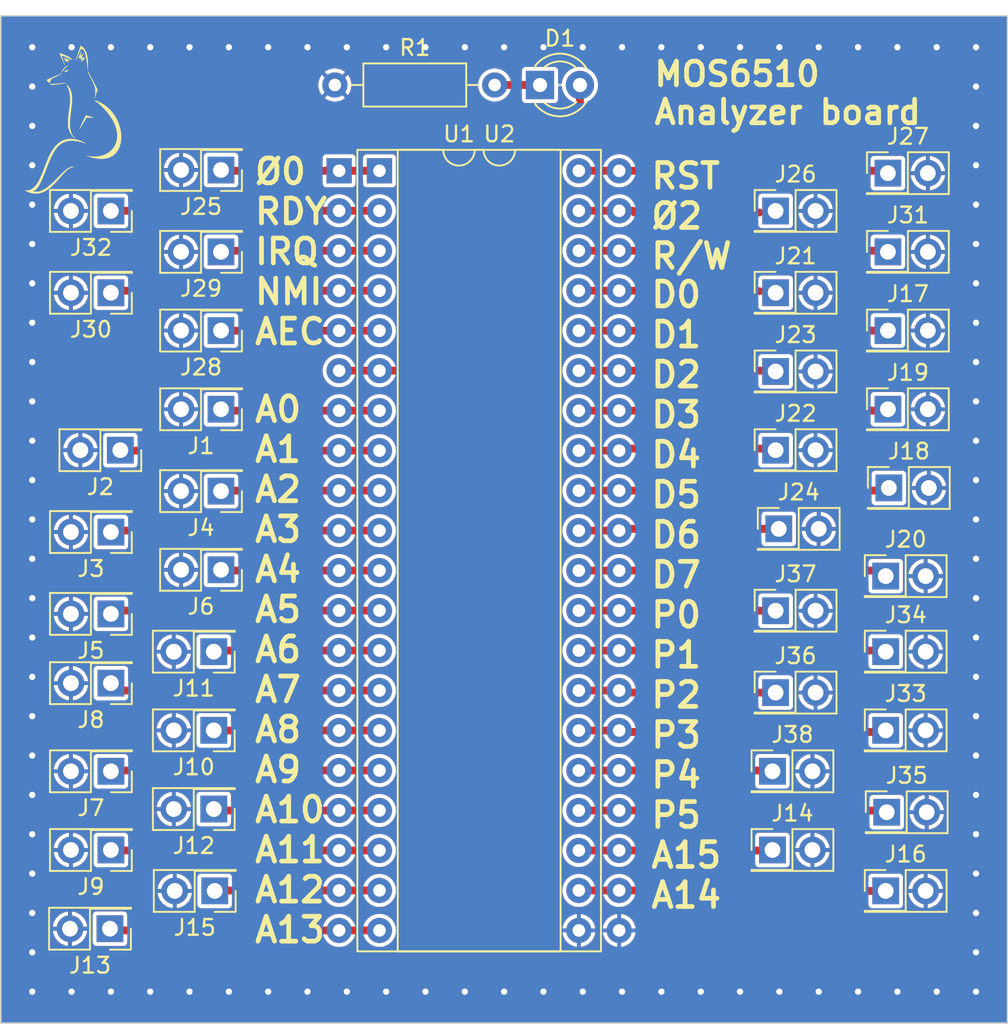
<source format=kicad_pcb>
(kicad_pcb (version 20221018) (generator pcbnew)
  (layers (0 "F.Cu" signal) (31 "B.Cu" signal) (34 "B.Paste" user) (35 "F.Paste" user) (36 "B.SilkS" user "B.Silkscreen") (37 "F.SilkS" user "F.Silkscreen") (38 "B.Mask" user) (39 "F.Mask" user) (44 "Edge.Cuts" user))
  (net 0 "")
  (net 1 "Net-(D1-K)")
  (net 2 "Net-(D1-A)")
  (net 3 "Net-(J1-Pin_1)")
  (net 4 "GND")
  (net 5 "Net-(J2-Pin_1)")
  (net 6 "Net-(J3-Pin_1)")
  (net 7 "Net-(J4-Pin_1)")
  (net 8 "Net-(J5-Pin_1)")
  (net 9 "Net-(J6-Pin_1)")
  (net 10 "Net-(J7-Pin_1)")
  (net 11 "Net-(J8-Pin_1)")
  (net 12 "Net-(J9-Pin_1)")
  (net 13 "Net-(J10-Pin_1)")
  (net 14 "Net-(J11-Pin_1)")
  (net 15 "Net-(J12-Pin_1)")
  (net 16 "Net-(J13-Pin_1)")
  (net 17 "Net-(J14-Pin_1)")
  (net 18 "Net-(J15-Pin_1)")
  (net 19 "Net-(J16-Pin_1)")
  (net 20 "Net-(J17-Pin_1)")
  (net 21 "Net-(J18-Pin_1)")
  (net 22 "Net-(J19-Pin_1)")
  (net 23 "Net-(J20-Pin_1)")
  (net 24 "Net-(J21-Pin_1)")
  (net 25 "Net-(J22-Pin_1)")
  (net 26 "Net-(J23-Pin_1)")
  (net 27 "Net-(J24-Pin_1)")
  (net 28 "Net-(J25-Pin_1)")
  (net 29 "Net-(J26-Pin_1)")
  (net 30 "Net-(J27-Pin_1)")
  (net 31 "Net-(J28-Pin_1)")
  (net 32 "Net-(J29-Pin_1)")
  (net 33 "Net-(J30-Pin_1)")
  (net 34 "Net-(J31-Pin_1)")
  (net 35 "Net-(J32-Pin_1)")
  (net 36 "Net-(J33-Pin_1)")
  (net 37 "Net-(J34-Pin_1)")
  (net 38 "Net-(J35-Pin_1)")
  (net 39 "Net-(J36-Pin_1)")
  (net 40 "Net-(J37-Pin_1)")
  (net 41 "Net-(J38-Pin_1)")
  (footprint "Connector_PinHeader_2.54mm:PinHeader_2x01_P2.54mm_Vertical" (layer "F.Cu") (at 42 108.2 180)
    (fp_text reference "J6" (at 1.27 -2.33) (layer "F.SilkS"))
    (fp_text value "Conn_02x01")
    (pad "1" thru_hole rect (at 0 0 180) (size 1.7 1.7) (drill 1) (layers "*.Cu" "*.Mask") (net 9 "Net-(J6-Pin_1)"))
    (pad "2" thru_hole oval (at 2.54 0 180) (size 1.7 1.7) (drill 1) (layers "*.Cu" "*.Mask") (net 4 "GND"))
  )
  (footprint "Connector_PinHeader_2.54mm:PinHeader_2x01_P2.54mm_Vertical" (layer "F.Cu") (at 84.26 128.6)
    (fp_text reference "J16" (at 1.27 -2.33) (layer "F.SilkS"))
    (fp_text value "Conn_02x01")
    (pad "1" thru_hole rect (at 0 0) (size 1.7 1.7) (drill 1) (layers "*.Cu" "*.Mask") (net 19 "Net-(J16-Pin_1)"))
    (pad "2" thru_hole oval (at 2.54 0) (size 1.7 1.7) (drill 1) (layers "*.Cu" "*.Mask") (net 4 "GND"))
  )
  (footprint "Connector_PinHeader_2.54mm:PinHeader_2x01_P2.54mm_Vertical" (layer "F.Cu") (at 77.06 126)
    (fp_text reference "J14" (at 1.27 -2.33) (layer "F.SilkS"))
    (fp_text value "Conn_02x01")
    (pad "1" thru_hole rect (at 0 0) (size 1.7 1.7) (drill 1) (layers "*.Cu" "*.Mask") (net 17 "Net-(J14-Pin_1)"))
    (pad "2" thru_hole oval (at 2.54 0) (size 1.7 1.7) (drill 1) (layers "*.Cu" "*.Mask") (net 4 "GND"))
  )
  (footprint "riklib:logo6mm" (layer "F.Cu") (at 32.6 79.6)
    (fp_text reference "G***" hide)
    (fp_text value "LOGO" hide)
  )
  (footprint "Connector_PinHeader_2.54mm:PinHeader_2x01_P2.54mm_Vertical" (layer "F.Cu") (at 42 82.8 180)
    (fp_text reference "J25" (at 1.27 -2.33) (layer "F.SilkS"))
    (fp_text value "Conn_02x01")
    (pad "1" thru_hole rect (at 0 0 180) (size 1.7 1.7) (drill 1) (layers "*.Cu" "*.Mask") (net 28 "Net-(J25-Pin_1)"))
    (pad "2" thru_hole oval (at 2.54 0 180) (size 1.7 1.7) (drill 1) (layers "*.Cu" "*.Mask") (net 4 "GND"))
  )
  (footprint "Connector_PinHeader_2.54mm:PinHeader_2x01_P2.54mm_Vertical" (layer "F.Cu") (at 84.325 123.6)
    (fp_text reference "J35" (at 1.27 -2.33) (layer "F.SilkS"))
    (fp_text value "Conn_02x01")
    (pad "1" thru_hole rect (at 0 0) (size 1.7 1.7) (drill 1) (layers "*.Cu" "*.Mask") (net 38 "Net-(J35-Pin_1)"))
    (pad "2" thru_hole oval (at 2.54 0) (size 1.7 1.7) (drill 1) (layers "*.Cu" "*.Mask") (net 4 "GND"))
  )
  (footprint "Connector_PinHeader_2.54mm:PinHeader_2x01_P2.54mm_Vertical" (layer "F.Cu") (at 42 88 180)
    (fp_text reference "J29" (at 1.27 -2.33) (layer "F.SilkS"))
    (fp_text value "Conn_02x01")
    (pad "1" thru_hole rect (at 0 0 180) (size 1.7 1.7) (drill 1) (layers "*.Cu" "*.Mask") (net 32 "Net-(J29-Pin_1)"))
    (pad "2" thru_hole oval (at 2.54 0 180) (size 1.7 1.7) (drill 1) (layers "*.Cu" "*.Mask") (net 4 "GND"))
  )
  (footprint "Connector_PinHeader_2.54mm:PinHeader_2x01_P2.54mm_Vertical" (layer "F.Cu") (at 35 111 180)
    (fp_text reference "J5" (at 1.27 -2.33) (layer "F.SilkS"))
    (fp_text value "Conn_02x01")
    (pad "1" thru_hole rect (at 0 0 180) (size 1.7 1.7) (drill 1) (layers "*.Cu" "*.Mask") (net 8 "Net-(J5-Pin_1)"))
    (pad "2" thru_hole oval (at 2.54 0 180) (size 1.7 1.7) (drill 1) (layers "*.Cu" "*.Mask") (net 4 "GND"))
  )
  (footprint "Connector_PinHeader_2.54mm:PinHeader_2x01_P2.54mm_Vertical" (layer "F.Cu") (at 77.26 100.6)
    (fp_text reference "J22" (at 1.27 -2.33) (layer "F.SilkS"))
    (fp_text value "Conn_02x01")
    (pad "1" thru_hole rect (at 0 0) (size 1.7 1.7) (drill 1) (layers "*.Cu" "*.Mask") (net 25 "Net-(J22-Pin_1)"))
    (pad "2" thru_hole oval (at 2.54 0) (size 1.7 1.7) (drill 1) (layers "*.Cu" "*.Mask") (net 4 "GND"))
  )
  (footprint "Connector_PinHeader_2.54mm:PinHeader_2x01_P2.54mm_Vertical" (layer "F.Cu") (at 77.26 116)
    (fp_text reference "J36" (at 1.27 -2.33) (layer "F.SilkS"))
    (fp_text value "Conn_02x01")
    (pad "1" thru_hole rect (at 0 0) (size 1.7 1.7) (drill 1) (layers "*.Cu" "*.Mask") (net 39 "Net-(J36-Pin_1)"))
    (pad "2" thru_hole oval (at 2.54 0) (size 1.7 1.7) (drill 1) (layers "*.Cu" "*.Mask") (net 4 "GND"))
  )
  (footprint "Connector_PinHeader_2.54mm:PinHeader_2x01_P2.54mm_Vertical" (layer "F.Cu") (at 77.26 110.8)
    (fp_text reference "J37" (at 1.27 -2.33) (layer "F.SilkS"))
    (fp_text value "Conn_02x01")
    (pad "1" thru_hole rect (at 0 0) (size 1.7 1.7) (drill 1) (layers "*.Cu" "*.Mask") (net 40 "Net-(J37-Pin_1)"))
    (pad "2" thru_hole oval (at 2.54 0) (size 1.7 1.7) (drill 1) (layers "*.Cu" "*.Mask") (net 4 "GND"))
  )
  (footprint "Package_DIP:DIP-40_W15.24mm" (layer "F.Cu") (at 49.51 82.85)
    (fp_text reference "U1" (at 7.62 -2.33) (layer "F.SilkS"))
    (fp_text value "6510")
    (pad "1" thru_hole rect (at 0 0) (size 1.6 1.6) (drill 0.8) (layers "*.Cu" "*.Mask") (net 28 "Net-(J25-Pin_1)"))
    (pad "2" thru_hole oval (at 0 2.54) (size 1.6 1.6) (drill 0.8) (layers "*.Cu" "*.Mask") (net 35 "Net-(J32-Pin_1)"))
    (pad "3" thru_hole oval (at 0 5.08) (size 1.6 1.6) (drill 0.8) (layers "*.Cu" "*.Mask") (net 32 "Net-(J29-Pin_1)"))
    (pad "4" thru_hole oval (at 0 7.62) (size 1.6 1.6) (drill 0.8) (layers "*.Cu" "*.Mask") (net 33 "Net-(J30-Pin_1)"))
    (pad "5" thru_hole oval (at 0 10.16) (size 1.6 1.6) (drill 0.8) (layers "*.Cu" "*.Mask") (net 31 "Net-(J28-Pin_1)"))
    (pad "6" thru_hole oval (at 0 12.7) (size 1.6 1.6) (drill 0.8) (layers "*.Cu" "*.Mask") (net 2 "Net-(D1-A)"))
    (pad "7" thru_hole oval (at 0 15.24) (size 1.6 1.6) (drill 0.8) (layers "*.Cu" "*.Mask") (net 3 "Net-(J1-Pin_1)"))
    (pad "8" thru_hole oval (at 0 17.78) (size 1.6 1.6) (drill 0.8) (layers "*.Cu" "*.Mask") (net 5 "Net-(J2-Pin_1)"))
    (pad "9" thru_hole oval (at 0 20.32) (size 1.6 1.6) (drill 0.8) (layers "*.Cu" "*.Mask") (net 7 "Net-(J4-Pin_1)"))
    (pad "10" thru_hole oval (at 0 22.86) (size 1.6 1.6) (drill 0.8) (layers "*.Cu" "*.Mask") (net 6 "Net-(J3-Pin_1)"))
    (pad "11" thru_hole oval (at 0 25.4) (size 1.6 1.6) (drill 0.8) (layers "*.Cu" "*.Mask") (net 9 "Net-(J6-Pin_1)"))
    (pad "12" thru_hole oval (at 0 27.94) (size 1.6 1.6) (drill 0.8) (layers "*.Cu" "*.Mask") (net 8 "Net-(J5-Pin_1)"))
    (pad "13" thru_hole oval (at 0 30.48) (size 1.6 1.6) (drill 0.8) (layers "*.Cu" "*.Mask") (net 14 "Net-(J11-Pin_1)"))
    (pad "14" thru_hole oval (at 0 33.02) (size 1.6 1.6) (drill 0.8) (layers "*.Cu" "*.Mask") (net 11 "Net-(J8-Pin_1)"))
    (pad "15" thru_hole oval (at 0 35.56) (size 1.6 1.6) (drill 0.8) (layers "*.Cu" "*.Mask") (net 13 "Net-(J10-Pin_1)"))
    (pad "16" thru_hole oval (at 0 38.1) (size 1.6 1.6) (drill 0.8) (layers "*.Cu" "*.Mask") (net 10 "Net-(J7-Pin_1)"))
    (pad "17" thru_hole oval (at 0 40.64) (size 1.6 1.6) (drill 0.8) (layers "*.Cu" "*.Mask") (net 15 "Net-(J12-Pin_1)"))
    (pad "18" thru_hole oval (at 0 43.18) (size 1.6 1.6) (drill 0.8) (layers "*.Cu" "*.Mask") (net 12 "Net-(J9-Pin_1)"))
    (pad "19" thru_hole oval (at 0 45.72) (size 1.6 1.6) (drill 0.8) (layers "*.Cu" "*.Mask") (net 18 "Net-(J15-Pin_1)"))
    (pad "20" thru_hole oval (at 0 48.26) (size 1.6 1.6) (drill 0.8) (layers "*.Cu" "*.Mask") (net 16 "Net-(J13-Pin_1)"))
    (pad "21" thru_hole oval (at 15.24 48.26) (size 1.6 1.6) (drill 0.8) (layers "*.Cu" "*.Mask") (net 4 "GND"))
    (pad "22" thru_hole oval (at 15.24 45.72) (size 1.6 1.6) (drill 0.8) (layers "*.Cu" "*.Mask") (net 19 "Net-(J16-Pin_1)"))
    (pad "23" thru_hole oval (at 15.24 43.18) (size 1.6 1.6) (drill 0.8) (layers "*.Cu" "*.Mask") (net 17 "Net-(J14-Pin_1)"))
    (pad "24" thru_hole oval (at 15.24 40.64) (size 1.6 1.6) (drill 0.8) (layers "*.Cu" "*.Mask") (net 38 "Net-(J35-Pin_1)"))
    (pad "25" thru_hole oval (at 15.24 38.1) (size 1.6 1.6) (drill 0.8) (layers "*.Cu" "*.Mask") (net 41 "Net-(J38-Pin_1)"))
    (pad "26" thru_hole oval (at 15.24 35.56) (size 1.6 1.6) (drill 0.8) (layers "*.Cu" "*.Mask") (net 36 "Net-(J33-Pin_1)"))
    (pad "27" thru_hole oval (at 15.24 33.02) (size 1.6 1.6) (drill 0.8) (layers "*.Cu" "*.Mask") (net 39 "Net-(J36-Pin_1)"))
    (pad "28" thru_hole oval (at 15.24 30.48) (size 1.6 1.6) (drill 0.8) (layers "*.Cu" "*.Mask") (net 37 "Net-(J34-Pin_1)"))
    (pad "29" thru_hole oval (at 15.24 27.94) (size 1.6 1.6) (drill 0.8) (layers "*.Cu" "*.Mask") (net 40 "Net-(J37-Pin_1)"))
    (pad "30" thru_hole oval (at 15.24 25.4) (size 1.6 1.6) (drill 0.8) (layers "*.Cu" "*.Mask") (net 23 "Net-(J20-Pin_1)"))
    (pad "31" thru_hole oval (at 15.24 22.86) (size 1.6 1.6) (drill 0.8) (layers "*.Cu" "*.Mask") (net 27 "Net-(J24-Pin_1)"))
    (pad "32" thru_hole oval (at 15.24 20.32) (size 1.6 1.6) (drill 0.8) (layers "*.Cu" "*.Mask") (net 21 "Net-(J18-Pin_1)"))
    (pad "33" thru_hole oval (at 15.24 17.78) (size 1.6 1.6) (drill 0.8) (layers "*.Cu" "*.Mask") (net 25 "Net-(J22-Pin_1)"))
    (pad "34" thru_hole oval (at 15.24 15.24) (size 1.6 1.6) (drill 0.8) (layers "*.Cu" "*.Mask") (net 22 "Net-(J19-Pin_1)"))
    (pad "35" thru_hole oval (at 15.24 12.7) (size 1.6 1.6) (drill 0.8) (layers "*.Cu" "*.Mask") (net 26 "Net-(J23-Pin_1)"))
    (pad "36" thru_hole oval (at 15.24 10.16) (size 1.6 1.6) (drill 0.8) (layers "*.Cu" "*.Mask") (net 20 "Net-(J17-Pin_1)"))
    (pad "37" thru_hole oval (at 15.24 7.62) (size 1.6 1.6) (drill 0.8) (layers "*.Cu" "*.Mask") (net 24 "Net-(J21-Pin_1)"))
    (pad "38" thru_hole oval (at 15.24 5.08) (size 1.6 1.6) (drill 0.8) (layers "*.Cu" "*.Mask") (net 34 "Net-(J31-Pin_1)"))
    (pad "39" thru_hole oval (at 15.24 2.54) (size 1.6 1.6) (drill 0.8) (layers "*.Cu" "*.Mask") (net 29 "Net-(J26-Pin_1)"))
    (pad "40" thru_hole oval (at 15.24 0) (size 1.6 1.6) (drill 0.8) (layers "*.Cu" "*.Mask") (net 30 "Net-(J27-Pin_1)"))
  )
  (footprint "Connector_PinHeader_2.54mm:PinHeader_2x01_P2.54mm_Vertical" (layer "F.Cu") (at 84.26 108.6)
    (fp_text reference "J20" (at 1.27 -2.33) (layer "F.SilkS"))
    (fp_text value "Conn_02x01")
    (pad "1" thru_hole rect (at 0 0) (size 1.7 1.7) (drill 1) (layers "*.Cu" "*.Mask") (net 23 "Net-(J20-Pin_1)"))
    (pad "2" thru_hole oval (at 2.54 0) (size 1.7 1.7) (drill 1) (layers "*.Cu" "*.Mask") (net 4 "GND"))
  )
  (footprint "Package_DIP:DIP-40_W15.24mm" (layer "F.Cu") (at 52.075 82.85)
    (fp_text reference "U2" (at 7.62 -2.33) (layer "F.SilkS"))
    (fp_text value "6510")
    (pad "1" thru_hole rect (at 0 0) (size 1.6 1.6) (drill 0.8) (layers "*.Cu" "*.Mask") (net 28 "Net-(J25-Pin_1)"))
    (pad "2" thru_hole oval (at 0 2.54) (size 1.6 1.6) (drill 0.8) (layers "*.Cu" "*.Mask") (net 35 "Net-(J32-Pin_1)"))
    (pad "3" thru_hole oval (at 0 5.08) (size 1.6 1.6) (drill 0.8) (layers "*.Cu" "*.Mask") (net 32 "Net-(J29-Pin_1)"))
    (pad "4" thru_hole oval (at 0 7.62) (size 1.6 1.6) (drill 0.8) (layers "*.Cu" "*.Mask") (net 33 "Net-(J30-Pin_1)"))
    (pad "5" thru_hole oval (at 0 10.16) (size 1.6 1.6) (drill 0.8) (layers "*.Cu" "*.Mask") (net 31 "Net-(J28-Pin_1)"))
    (pad "6" thru_hole oval (at 0 12.7) (size 1.6 1.6) (drill 0.8) (layers "*.Cu" "*.Mask") (net 2 "Net-(D1-A)"))
    (pad "7" thru_hole oval (at 0 15.24) (size 1.6 1.6) (drill 0.8) (layers "*.Cu" "*.Mask") (net 3 "Net-(J1-Pin_1)"))
    (pad "8" thru_hole oval (at 0 17.78) (size 1.6 1.6) (drill 0.8) (layers "*.Cu" "*.Mask") (net 5 "Net-(J2-Pin_1)"))
    (pad "9" thru_hole oval (at 0 20.32) (size 1.6 1.6) (drill 0.8) (layers "*.Cu" "*.Mask") (net 7 "Net-(J4-Pin_1)"))
    (pad "10" thru_hole oval (at 0 22.86) (size 1.6 1.6) (drill 0.8) (layers "*.Cu" "*.Mask") (net 6 "Net-(J3-Pin_1)"))
    (pad "11" thru_hole oval (at 0 25.4) (size 1.6 1.6) (drill 0.8) (layers "*.Cu" "*.Mask") (net 9 "Net-(J6-Pin_1)"))
    (pad "12" thru_hole oval (at 0 27.94) (size 1.6 1.6) (drill 0.8) (layers "*.Cu" "*.Mask") (net 8 "Net-(J5-Pin_1)"))
    (pad "13" thru_hole oval (at 0 30.48) (size 1.6 1.6) (drill 0.8) (layers "*.Cu" "*.Mask") (net 14 "Net-(J11-Pin_1)"))
    (pad "14" thru_hole oval (at 0 33.02) (size 1.6 1.6) (drill 0.8) (layers "*.Cu" "*.Mask") (net 11 "Net-(J8-Pin_1)"))
    (pad "15" thru_hole oval (at 0 35.56) (size 1.6 1.6) (drill 0.8) (layers "*.Cu" "*.Mask") (net 13 "Net-(J10-Pin_1)"))
    (pad "16" thru_hole oval (at 0 38.1) (size 1.6 1.6) (drill 0.8) (layers "*.Cu" "*.Mask") (net 10 "Net-(J7-Pin_1)"))
    (pad "17" thru_hole oval (at 0 40.64) (size 1.6 1.6) (drill 0.8) (layers "*.Cu" "*.Mask") (net 15 "Net-(J12-Pin_1)"))
    (pad "18" thru_hole oval (at 0 43.18) (size 1.6 1.6) (drill 0.8) (layers "*.Cu" "*.Mask") (net 12 "Net-(J9-Pin_1)"))
    (pad "19" thru_hole oval (at 0 45.72) (size 1.6 1.6) (drill 0.8) (layers "*.Cu" "*.Mask") (net 18 "Net-(J15-Pin_1)"))
    (pad "20" thru_hole oval (at 0 48.26) (size 1.6 1.6) (drill 0.8) (layers "*.Cu" "*.Mask") (net 16 "Net-(J13-Pin_1)"))
    (pad "21" thru_hole oval (at 15.24 48.26) (size 1.6 1.6) (drill 0.8) (layers "*.Cu" "*.Mask") (net 4 "GND"))
    (pad "22" thru_hole oval (at 15.24 45.72) (size 1.6 1.6) (drill 0.8) (layers "*.Cu" "*.Mask") (net 19 "Net-(J16-Pin_1)"))
    (pad "23" thru_hole oval (at 15.24 43.18) (size 1.6 1.6) (drill 0.8) (layers "*.Cu" "*.Mask") (net 17 "Net-(J14-Pin_1)"))
    (pad "24" thru_hole oval (at 15.24 40.64) (size 1.6 1.6) (drill 0.8) (layers "*.Cu" "*.Mask") (net 38 "Net-(J35-Pin_1)"))
    (pad "25" thru_hole oval (at 15.24 38.1) (size 1.6 1.6) (drill 0.8) (layers "*.Cu" "*.Mask") (net 41 "Net-(J38-Pin_1)"))
    (pad "26" thru_hole oval (at 15.24 35.56) (size 1.6 1.6) (drill 0.8) (layers "*.Cu" "*.Mask") (net 36 "Net-(J33-Pin_1)"))
    (pad "27" thru_hole oval (at 15.24 33.02) (size 1.6 1.6) (drill 0.8) (layers "*.Cu" "*.Mask") (net 39 "Net-(J36-Pin_1)"))
    (pad "28" thru_hole oval (at 15.24 30.48) (size 1.6 1.6) (drill 0.8) (layers "*.Cu" "*.Mask") (net 37 "Net-(J34-Pin_1)"))
    (pad "29" thru_hole oval (at 15.24 27.94) (size 1.6 1.6) (drill 0.8) (layers "*.Cu" "*.Mask") (net 40 "Net-(J37-Pin_1)"))
    (pad "30" thru_hole oval (at 15.24 25.4) (size 1.6 1.6) (drill 0.8) (layers "*.Cu" "*.Mask") (net 23 "Net-(J20-Pin_1)"))
    (pad "31" thru_hole oval (at 15.24 22.86) (size 1.6 1.6) (drill 0.8) (layers "*.Cu" "*.Mask") (net 27 "Net-(J24-Pin_1)"))
    (pad "32" thru_hole oval (at 15.24 20.32) (size 1.6 1.6) (drill 0.8) (layers "*.Cu" "*.Mask") (net 21 "Net-(J18-Pin_1)"))
    (pad "33" thru_hole oval (at 15.24 17.78) (size 1.6 1.6) (drill 0.8) (layers "*.Cu" "*.Mask") (net 25 "Net-(J22-Pin_1)"))
    (pad "34" thru_hole oval (at 15.24 15.24) (size 1.6 1.6) (drill 0.8) (layers "*.Cu" "*.Mask") (net 22 "Net-(J19-Pin_1)"))
    (pad "35" thru_hole oval (at 15.24 12.7) (size 1.6 1.6) (drill 0.8) (layers "*.Cu" "*.Mask") (net 26 "Net-(J23-Pin_1)"))
    (pad "36" thru_hole oval (at 15.24 10.16) (size 1.6 1.6) (drill 0.8) (layers "*.Cu" "*.Mask") (net 20 "Net-(J17-Pin_1)"))
    (pad "37" thru_hole oval (at 15.24 7.62) (size 1.6 1.6) (drill 0.8) (layers "*.Cu" "*.Mask") (net 24 "Net-(J21-Pin_1)"))
    (pad "38" thru_hole oval (at 15.24 5.08) (size 1.6 1.6) (drill 0.8) (layers "*.Cu" "*.Mask") (net 34 "Net-(J31-Pin_1)"))
    (pad "39" thru_hole oval (at 15.24 2.54) (size 1.6 1.6) (drill 0.8) (layers "*.Cu" "*.Mask") (net 29 "Net-(J26-Pin_1)"))
    (pad "40" thru_hole oval (at 15.24 0) (size 1.6 1.6) (drill 0.8) (layers "*.Cu" "*.Mask") (net 30 "Net-(J27-Pin_1)"))
  )
  (footprint "Connector_PinHeader_2.54mm:PinHeader_2x01_P2.54mm_Vertical" (layer "F.Cu") (at 84.46 103)
    (fp_text reference "J18" (at 1.27 -2.33) (layer "F.SilkS"))
    (fp_text value "Conn_02x01")
    (pad "1" thru_hole rect (at 0 0) (size 1.7 1.7) (drill 1) (layers "*.Cu" "*.Mask") (net 21 "Net-(J18-Pin_1)"))
    (pad "2" thru_hole oval (at 2.54 0) (size 1.7 1.7) (drill 1) (layers "*.Cu" "*.Mask") (net 4 "GND"))
  )
  (footprint "Connector_PinHeader_2.54mm:PinHeader_2x01_P2.54mm_Vertical" (layer "F.Cu") (at 84.26 113.4)
    (fp_text reference "J34" (at 1.27 -2.33) (layer "F.SilkS"))
    (fp_text value "Conn_02x01")
    (pad "1" thru_hole rect (at 0 0) (size 1.7 1.7) (drill 1) (layers "*.Cu" "*.Mask") (net 37 "Net-(J34-Pin_1)"))
    (pad "2" thru_hole oval (at 2.54 0) (size 1.7 1.7) (drill 1) (layers "*.Cu" "*.Mask") (net 4 "GND"))
  )
  (footprint "Connector_PinHeader_2.54mm:PinHeader_2x01_P2.54mm_Vertical" (layer "F.Cu") (at 84.26 118.4)
    (fp_text reference "J33" (at 1.27 -2.33) (layer "F.SilkS"))
    (fp_text value "Conn_02x01")
    (pad "1" thru_hole rect (at 0 0) (size 1.7 1.7) (drill 1) (layers "*.Cu" "*.Mask") (net 36 "Net-(J33-Pin_1)"))
    (pad "2" thru_hole oval (at 2.54 0) (size 1.7 1.7) (drill 1) (layers "*.Cu" "*.Mask") (net 4 "GND"))
  )
  (footprint "Connector_PinHeader_2.54mm:PinHeader_2x01_P2.54mm_Vertical" (layer "F.Cu") (at 84.4 88)
    (fp_text reference "J31" (at 1.27 -2.33) (layer "F.SilkS"))
    (fp_text value "Conn_02x01")
    (pad "1" thru_hole rect (at 0 0) (size 1.7 1.7) (drill 1) (layers "*.Cu" "*.Mask") (net 34 "Net-(J31-Pin_1)"))
    (pad "2" thru_hole oval (at 2.54 0) (size 1.7 1.7) (drill 1) (layers "*.Cu" "*.Mask") (net 4 "GND"))
  )
  (footprint "Connector_PinHeader_2.54mm:PinHeader_2x01_P2.54mm_Vertical" (layer "F.Cu") (at 35 126 180)
    (fp_text reference "J9" (at 1.27 -2.33) (layer "F.SilkS"))
    (fp_text value "Conn_02x01")
    (pad "1" thru_hole rect (at 0 0 180) (size 1.7 1.7) (drill 1) (layers "*.Cu" "*.Mask") (net 12 "Net-(J9-Pin_1)"))
    (pad "2" thru_hole oval (at 2.54 0 180) (size 1.7 1.7) (drill 1) (layers "*.Cu" "*.Mask") (net 4 "GND"))
  )
  (footprint "Connector_PinHeader_2.54mm:PinHeader_2x01_P2.54mm_Vertical" (layer "F.Cu") (at 84.4 93)
    (fp_text reference "J17" (at 1.27 -2.33) (layer "F.SilkS"))
    (fp_text value "Conn_02x01")
    (pad "1" thru_hole rect (at 0 0) (size 1.7 1.7) (drill 1) (layers "*.Cu" "*.Mask") (net 20 "Net-(J17-Pin_1)"))
    (pad "2" thru_hole oval (at 2.54 0) (size 1.7 1.7) (drill 1) (layers "*.Cu" "*.Mask") (net 4 "GND"))
  )
  (footprint "Connector_PinHeader_2.54mm:PinHeader_2x01_P2.54mm_Vertical" (layer "F.Cu") (at 77.26 95.6)
    (fp_text reference "J23" (at 1.27 -2.33) (layer "F.SilkS"))
    (fp_text value "Conn_02x01")
    (pad "1" thru_hole rect (at 0 0) (size 1.7 1.7) (drill 1) (layers "*.Cu" "*.Mask") (net 26 "Net-(J23-Pin_1)"))
    (pad "2" thru_hole oval (at 2.54 0) (size 1.7 1.7) (drill 1) (layers "*.Cu" "*.Mask") (net 4 "GND"))
  )
  (footprint "Connector_PinHeader_2.54mm:PinHeader_2x01_P2.54mm_Vertical" (layer "F.Cu") (at 35 115.4 180)
    (fp_text reference "J8" (at 1.27 -2.33) (layer "F.SilkS"))
    (fp_text value "Conn_02x01")
    (pad "1" thru_hole rect (at 0 0 180) (size 1.7 1.7) (drill 1) (layers "*.Cu" "*.Mask") (net 11 "Net-(J8-Pin_1)"))
    (pad "2" thru_hole oval (at 2.54 0 180) (size 1.7 1.7) (drill 1) (layers "*.Cu" "*.Mask") (net 4 "GND"))
  )
  (footprint "Connector_PinHeader_2.54mm:PinHeader_2x01_P2.54mm_Vertical" (layer "F.Cu") (at 42 93 180)
    (fp_text reference "J28" (at 1.27 -2.33) (layer "F.SilkS"))
    (fp_text value "Conn_02x01")
    (pad "1" thru_hole rect (at 0 0 180) (size 1.7 1.7) (drill 1) (layers "*.Cu" "*.Mask") (net 31 "Net-(J28-Pin_1)"))
    (pad "2" thru_hole oval (at 2.54 0 180) (size 1.7 1.7) (drill 1) (layers "*.Cu" "*.Mask") (net 4 "GND"))
  )
  (footprint "Resistor_THT:R_Axial_DIN0207_L6.3mm_D2.5mm_P10.16mm_Horizontal" (layer "F.Cu") (at 49.24 77.4)
    (fp_text reference "R1" (at 5.08 -2.37) (layer "F.SilkS"))
    (fp_text value "1K")
    (pad "1" thru_hole circle (at 0 0) (size 1.6 1.6) (drill 0.8) (layers "*.Cu" "*.Mask") (net 4 "GND"))
    (pad "2" thru_hole oval (at 10.16 0) (size 1.6 1.6) (drill 0.8) (layers "*.Cu" "*.Mask") (net 1 "Net-(D1-K)"))
  )
  (footprint "Connector_PinHeader_2.54mm:PinHeader_2x01_P2.54mm_Vertical" (layer "F.Cu") (at 35 105.8 180)
    (fp_text reference "J3" (at 1.27 -2.33) (layer "F.SilkS"))
    (fp_text value "Conn_02x01")
    (pad "1" thru_hole rect (at 0 0 180) (size 1.7 1.7) (drill 1) (layers "*.Cu" "*.Mask") (net 6 "Net-(J3-Pin_1)"))
    (pad "2" thru_hole oval (at 2.54 0 180) (size 1.7 1.7) (drill 1) (layers "*.Cu" "*.Mask") (net 4 "GND"))
  )
  (footprint "Connector_PinHeader_2.54mm:PinHeader_2x01_P2.54mm_Vertical" (layer "F.Cu") (at 84.4 83)
    (fp_text reference "J27" (at 1.27 -2.33) (layer "F.SilkS"))
    (fp_text value "Conn_02x01")
    (pad "1" thru_hole rect (at 0 0) (size 1.7 1.7) (drill 1) (layers "*.Cu" "*.Mask") (net 30 "Net-(J27-Pin_1)"))
    (pad "2" thru_hole oval (at 2.54 0) (size 1.7 1.7) (drill 1) (layers "*.Cu" "*.Mask") (net 4 "GND"))
  )
  (footprint "Connector_PinHeader_2.54mm:PinHeader_2x01_P2.54mm_Vertical" (layer "F.Cu") (at 35 121 180)
    (fp_text reference "J7" (at 1.27 -2.33) (layer "F.SilkS"))
    (fp_text value "Conn_02x01")
    (pad "1" thru_hole rect (at 0 0 180) (size 1.7 1.7) (drill 1) (layers "*.Cu" "*.Mask") (net 10 "Net-(J7-Pin_1)"))
    (pad "2" thru_hole oval (at 2.54 0 180) (size 1.7 1.7) (drill 1) (layers "*.Cu" "*.Mask") (net 4 "GND"))
  )
  (footprint "Connector_PinHeader_2.54mm:PinHeader_2x01_P2.54mm_Vertical" (layer "F.Cu") (at 42 98 180)
    (fp_text reference "J1" (at 1.27 -2.33) (layer "F.SilkS"))
    (fp_text value "Conn_02x01")
    (pad "1" thru_hole rect (at 0 0 180) (size 1.7 1.7) (drill 1) (layers "*.Cu" "*.Mask") (net 3 "Net-(J1-Pin_1)"))
    (pad "2" thru_hole oval (at 2.54 0 180) (size 1.7 1.7) (drill 1) (layers "*.Cu" "*.Mask") (net 4 "GND"))
  )
  (footprint "Connector_PinHeader_2.54mm:PinHeader_2x01_P2.54mm_Vertical" (layer "F.Cu") (at 41.54 123.4 180)
    (fp_text reference "J12" (at 1.27 -2.33) (layer "F.SilkS"))
    (fp_text value "Conn_02x01")
    (pad "1" thru_hole rect (at 0 0 180) (size 1.7 1.7) (drill 1) (layers "*.Cu" "*.Mask") (net 15 "Net-(J12-Pin_1)"))
    (pad "2" thru_hole oval (at 2.54 0 180) (size 1.7 1.7) (drill 1) (layers "*.Cu" "*.Mask") (net 4 "GND"))
  )
  (footprint "Connector_PinHeader_2.54mm:PinHeader_2x01_P2.54mm_Vertical" (layer "F.Cu") (at 84.4 98)
    (fp_text reference "J19" (at 1.27 -2.33) (layer "F.SilkS"))
    (fp_text value "Conn_02x01")
    (pad "1" thru_hole rect (at 0 0) (size 1.7 1.7) (drill 1) (layers "*.Cu" "*.Mask") (net 22 "Net-(J19-Pin_1)"))
    (pad "2" thru_hole oval (at 2.54 0) (size 1.7 1.7) (drill 1) (layers "*.Cu" "*.Mask") (net 4 "GND"))
  )
  (footprint "LED_THT:LED_D3.0mm" (layer "F.Cu") (at 62.28 77.4)
    (fp_text reference "D1" (at 1.27 -2.96) (layer "F.SilkS"))
    (fp_text value "LED")
    (pad "1" thru_hole rect (at 0 0) (size 1.8 1.8) (drill 0.9) (layers "*.Cu" "*.Mask") (net 1 "Net-(D1-K)"))
    (pad "2" thru_hole circle (at 2.54 0) (size 1.8 1.8) (drill 0.9) (layers "*.Cu" "*.Mask") (net 2 "Net-(D1-A)"))
  )
  (footprint "Connector_PinHeader_2.54mm:PinHeader_2x01_P2.54mm_Vertical" (layer "F.Cu") (at 42 103.2 180)
    (fp_text reference "J4" (at 1.27 -2.33) (layer "F.SilkS"))
    (fp_text value "Conn_02x01")
    (pad "1" thru_hole rect (at 0 0 180) (size 1.7 1.7) (drill 1) (layers "*.Cu" "*.Mask") (net 7 "Net-(J4-Pin_1)"))
    (pad "2" thru_hole oval (at 2.54 0 180) (size 1.7 1.7) (drill 1) (layers "*.Cu" "*.Mask") (net 4 "GND"))
  )
  (footprint "Connector_PinHeader_2.54mm:PinHeader_2x01_P2.54mm_Vertical" (layer "F.Cu") (at 41.54 113.4 180)
    (fp_text reference "J11" (at 1.27 -2.33) (layer "F.SilkS"))
    (fp_text value "Conn_02x01")
    (pad "1" thru_hole rect (at 0 0 180) (size 1.7 1.7) (drill 1) (layers "*.Cu" "*.Mask") (net 14 "Net-(J11-Pin_1)"))
    (pad "2" thru_hole oval (at 2.54 0 180) (size 1.7 1.7) (drill 1) (layers "*.Cu" "*.Mask") (net 4 "GND"))
  )
  (footprint "Connector_PinHeader_2.54mm:PinHeader_2x01_P2.54mm_Vertical" (layer "F.Cu") (at 41.6 128.6 180)
    (fp_text reference "J15" (at 1.27 -2.33) (layer "F.SilkS"))
    (fp_text value "Conn_02x01")
    (pad "1" thru_hole rect (at 0 0 180) (size 1.7 1.7) (drill 1) (layers "*.Cu" "*.Mask") (net 18 "Net-(J15-Pin_1)"))
    (pad "2" thru_hole oval (at 2.54 0 180) (size 1.7 1.7) (drill 1) (layers "*.Cu" "*.Mask") (net 4 "GND"))
  )
  (footprint "Connector_PinHeader_2.54mm:PinHeader_2x01_P2.54mm_Vertical" (layer "F.Cu") (at 41.54 118.4 180)
    (fp_text reference "J10" (at 1.27 -2.33) (layer "F.SilkS"))
    (fp_text value "Conn_02x01")
    (pad "1" thru_hole rect (at 0 0 180) (size 1.7 1.7) (drill 1) (layers "*.Cu" "*.Mask") (net 13 "Net-(J10-Pin_1)"))
    (pad "2" thru_hole oval (at 2.54 0 180) (size 1.7 1.7) (drill 1) (layers "*.Cu" "*.Mask") (net 4 "GND"))
  )
  (footprint "Connector_PinHeader_2.54mm:PinHeader_2x01_P2.54mm_Vertical" (layer "F.Cu") (at 77.46 105.6)
    (fp_text reference "J24" (at 1.27 -2.33) (layer "F.SilkS"))
    (fp_text value "Conn_02x01")
    (pad "1" thru_hole rect (at 0 0) (size 1.7 1.7) (drill 1) (layers "*.Cu" "*.Mask") (net 27 "Net-(J24-Pin_1)"))
    (pad "2" thru_hole oval (at 2.54 0) (size 1.7 1.7) (drill 1) (layers "*.Cu" "*.Mask") (net 4 "GND"))
  )
  (footprint "Connector_PinHeader_2.54mm:PinHeader_2x01_P2.54mm_Vertical" (layer "F.Cu") (at 35 85.4 180)
    (fp_text reference "J32" (at 1.27 -2.33) (layer "F.SilkS"))
    (fp_text value "Conn_02x01")
    (pad "1" thru_hole rect (at 0 0 180) (size 1.7 1.7) (drill 1) (layers "*.Cu" "*.Mask") (net 35 "Net-(J32-Pin_1)"))
    (pad "2" thru_hole oval (at 2.54 0 180) (size 1.7 1.7) (drill 1) (layers "*.Cu" "*.Mask") (net 4 "GND"))
  )
  (footprint "Connector_PinHeader_2.54mm:PinHeader_2x01_P2.54mm_Vertical" (layer "F.Cu") (at 34.94 131 180)
    (fp_text reference "J13" (at 1.27 -2.33) (layer "F.SilkS"))
    (fp_text value "Conn_02x01")
    (pad "1" thru_hole rect (at 0 0 180) (size 1.7 1.7) (drill 1) (layers "*.Cu" "*.Mask") (net 16 "Net-(J13-Pin_1)"))
    (pad "2" thru_hole oval (at 2.54 0 180) (size 1.7 1.7) (drill 1) (layers "*.Cu" "*.Mask") (net 4 "GND"))
  )
  (footprint "Connector_PinHeader_2.54mm:PinHeader_2x01_P2.54mm_Vertical" (layer "F.Cu") (at 35.6 100.6 180)
    (fp_text reference "J2" (at 1.27 -2.33) (layer "F.SilkS"))
    (fp_text value "Conn_02x01")
    (pad "1" thru_hole rect (at 0 0 180) (size 1.7 1.7) (drill 1) (layers "*.Cu" "*.Mask") (net 5 "Net-(J2-Pin_1)"))
    (pad "2" thru_hole oval (at 2.54 0 180) (size 1.7 1.7) (drill 1) (layers "*.Cu" "*.Mask") (net 4 "GND"))
  )
  (footprint "Connector_PinHeader_2.54mm:PinHeader_2x01_P2.54mm_Vertical" (layer "F.Cu") (at 77.26 90.6)
    (fp_text reference "J21" (at 1.27 -2.33) (layer "F.SilkS"))
    (fp_text value "Conn_02x01")
    (pad "1" thru_hole rect (at 0 0) (size 1.7 1.7) (drill 1) (layers "*.Cu" "*.Mask") (net 24 "Net-(J21-Pin_1)"))
    (pad "2" thru_hole oval (at 2.54 0) (size 1.7 1.7) (drill 1) (layers "*.Cu" "*.Mask") (net 4 "GND"))
  )
  (footprint "Connector_PinHeader_2.54mm:PinHeader_2x01_P2.54mm_Vertical" (layer "F.Cu") (at 77.26 85.4)
    (fp_text reference "J26" (at 1.27 -2.33) (layer "F.SilkS"))
    (fp_text value "Conn_02x01")
    (pad "1" thru_hole rect (at 0 0) (size 1.7 1.7) (drill 1) (layers "*.Cu" "*.Mask") (net 29 "Net-(J26-Pin_1)"))
    (pad "2" thru_hole oval (at 2.54 0) (size 1.7 1.7) (drill 1) (layers "*.Cu" "*.Mask") (net 4 "GND"))
  )
  (footprint "Connector_PinHeader_2.54mm:PinHeader_2x01_P2.54mm_Vertical" (layer "F.Cu") (at 35 90.6 180)
    (fp_text reference "J30" (at 1.27 -2.33) (layer "F.SilkS"))
    (fp_text value "Conn_02x01")
    (pad "1" thru_hole rect (at 0 0 180) (size 1.7 1.7) (drill 1) (layers "*.Cu" "*.Mask") (net 33 "Net-(J30-Pin_1)"))
    (pad "2" thru_hole oval (at 2.54 0 180) (size 1.7 1.7) (drill 1) (layers "*.Cu" "*.Mask") (net 4 "GND"))
  )
  (footprint "Connector_PinHeader_2.54mm:PinHeader_2x01_P2.54mm_Vertical" (layer "F.Cu") (at 77.06 121)
    (fp_text reference "J38" (at 1.27 -2.33) (layer "F.SilkS"))
    (fp_text value "Conn_02x01")
    (pad "1" thru_hole rect (at 0 0) (size 1.7 1.7) (drill 1) (layers "*.Cu" "*.Mask") (net 41 "Net-(J38-Pin_1)"))
    (pad "2" thru_hole oval (at 2.54 0) (size 1.7 1.7) (drill 1) (layers "*.Cu" "*.Mask") (net 4 "GND"))
  )
  (gr_line (start 92 73) (end 92 137) (stroke (width 0.1)) (layer "Edge.Cuts"))
  (gr_line (start 28 73) (end 92 73) (stroke (width 0.1)) (layer "Edge.Cuts"))
  (gr_line (start 28 137) (end 28 73) (stroke (width 0.1)) (layer "Edge.Cuts"))
  (gr_line (start 92 137) (end 28 137) (stroke (width 0.1)) (layer "Edge.Cuts"))
  (gr_text "RST\nØ2\nR/W" (at 69.2 89.2) (layer "F.SilkS") (effects (font (size 1.58 1.58) (thickness 0.3) bold) (justify left bottom)))
  (gr_text "Ø0\nRDY\nIRQ\nNMI\nAEC" (at 44 94) (layer "F.SilkS") (effects (font (size 1.58 1.58) (thickness 0.3) bold) (justify left bottom)))
  (gr_text "D0\nD1\nD2\nD3\nD4\nD5\nD6\nD7\nP0\nP1\nP2\nP3\nP4\nP5\nA15\nA14\n" (at 69.2 129.8) (layer "F.SilkS") (effects (font (size 1.58 1.58) (thickness 0.3) bold) (justify left bottom)))
  (gr_text "A0\nA1\nA2\nA3\nA4\nA5\nA6\nA7\nA8\nA9\nA10\nA11\nA12\nA13" (at 44 132) (layer "F.SilkS") (effects (font (size 1.58 1.58) (thickness 0.3) bold) (justify left bottom)))
  (gr_text "MOS6510 \nAnalyzer board" (at 69.4 80) (layer "F.SilkS") (effects (font (size 1.5 1.5) (thickness 0.3) bold) (justify left bottom)))
  (segment (start 62.28 77.4) (end 59.4 77.4) (width 0.5) (layer "F.Cu") (net 1))
  (segment (start 62 80.6) (end 64 80.6) (width 0.5) (layer "F.Cu") (net 2))
  (segment (start 58.45 95.55) (end 61 93) (width 0.5) (layer "F.Cu") (net 2))
  (segment (start 64.82 79.78) (end 64.82 77.4) (width 0.5) (layer "F.Cu") (net 2))
  (segment (start 61 93) (end 61 81.6) (width 0.5) (layer "F.Cu") (net 2))
  (segment (start 52.075 95.55) (end 58.45 95.55) (width 0.5) (layer "F.Cu") (net 2))
  (segment (start 61 81.6) (end 62 80.6) (width 0.5) (layer "F.Cu") (net 2))
  (segment (start 52.075 95.55) (end 49.51 95.55) (width 0.5) (layer "F.Cu") (net 2))
  (segment (start 64 80.6) (end 64.82 79.78) (width 0.5) (layer "F.Cu") (net 2))
  (segment (start 49.51 98.09) (end 52.075 98.09) (width 0.5) (layer "F.Cu") (net 3))
  (segment (start 49.51 98.09) (end 42.09 98.09) (width 0.5) (layer "F.Cu") (net 3))
  (segment (start 42.09 98.09) (end 42 98) (width 0.5) (layer "F.Cu") (net 3))
  (via (at 90 77.5) (size 0.8) (drill 0.4) (layers "F.Cu" "B.Cu") (net 4))
  (via (at 75 135) (size 0.8) (drill 0.4) (layers "F.Cu" "B.Cu") (net 4))
  (via (at 90 90) (size 0.8) (drill 0.4) (layers "F.Cu" "B.Cu") (net 4))
  (via (at 60 135) (size 0.8) (drill 0.4) (layers "F.Cu" "B.Cu") (net 4))
  (via (at 90 102.5) (size 0.8) (drill 0.4) (layers "F.Cu" "B.Cu") (net 4))
  (via (at 75 75) (size 0.8) (drill 0.4) (layers "F.Cu" "B.Cu") (net 4))
  (via (at 90 110) (size 0.8) (drill 0.4) (layers "F.Cu" "B.Cu") (net 4))
  (via (at 62.5 135) (size 0.8) (drill 0.4) (layers "F.Cu" "B.Cu") (net 4))
  (via (at 90 130) (size 0.8) (drill 0.4) (layers "F.Cu" "B.Cu") (net 4))
  (via (at 30 87.5) (size 0.8) (drill 0.4) (layers "F.Cu" "B.Cu") (net 4))
  (via (at 65 135) (size 0.8) (drill 0.4) (layers "F.Cu" "B.Cu") (net 4))
  (via (at 30 97.5) (size 0.8) (drill 0.4) (layers "F.Cu" "B.Cu") (net 4))
  (via (at 67.5 135) (size 0.8) (drill 0.4) (layers "F.Cu" "B.Cu") (net 4))
  (via (at 90 92.5) (size 0.8) (drill 0.4) (layers "F.Cu" "B.Cu") (net 4))
  (via (at 90 97.5) (size 0.8) (drill 0.4) (layers "F.Cu" "B.Cu") (net 4))
  (via (at 67.5 75) (size 0.8) (drill 0.4) (layers "F.Cu" "B.Cu") (net 4))
  (via (at 60 75) (size 0.8) (drill 0.4) (layers "F.Cu" "B.Cu") (net 4))
  (via (at 32.5 75) (size 0.8) (drill 0.4) (layers "F.Cu" "B.Cu") (net 4))
  (via (at 55 75) (size 0.8) (drill 0.4) (layers "F.Cu" "B.Cu") (net 4))
  (via (at 90 125) (size 0.8) (drill 0.4) (layers "F.Cu" "B.Cu") (net 4))
  (via (at 90 120) (size 0.8) (drill 0.4) (layers "F.Cu" "B.Cu") (net 4))
  (via (at 30 122.5) (size 0.8) (drill 0.4) (layers "F.Cu" "B.Cu") (net 4))
  (via (at 90 127.5) (size 0.8) (drill 0.4) (layers "F.Cu" "B.Cu") (net 4))
  (via (at 62.5 75) (size 0.8) (drill 0.4) (layers "F.Cu" "B.Cu") (net 4))
  (via (at 30 117.5) (size 0.8) (drill 0.4) (layers "F.Cu" "B.Cu") (net 4))
  (via (at 90 112.5) (size 0.8) (drill 0.4) (layers "F.Cu" "B.Cu") (net 4))
  (via (at 90 75) (size 0.8) (drill 0.4) (layers "F.Cu" "B.Cu") (net 4))
  (via (at 30 100) (size 0.8) (drill 0.4) (layers "F.Cu" "B.Cu") (net 4))
  (via (at 32.5 135) (size 0.8) (drill 0.4) (layers "F.Cu" "B.Cu") (net 4))
  (via (at 40 75) (size 0.8) (drill 0.4) (layers "F.Cu" "B.Cu") (net 4))
  (via (at 52.5 75) (size 0.8) (drill 0.4) (layers "F.Cu" "B.Cu") (net 4))
  (via (at 30 120) (size 0.8) (drill 0.4) (layers "F.Cu" "B.Cu") (net 4))
  (via (at 30 132.5) (size 0.8) (drill 0.4) (layers "F.Cu" "B.Cu") (net 4))
  (via (at 52.5 135) (size 0.8) (drill 0.4) (layers "F.Cu" "B.Cu") (net 4))
  (via (at 30 107.5) (size 0.8) (drill 0.4) (layers "F.Cu" "B.Cu") (net 4))
  (via (at 77.5 135) (size 0.8) (drill 0.4) (layers "F.Cu" "B.Cu") (net 4))
  (via (at 30 90) (size 0.8) (drill 0.4) (layers "F.Cu" "B.Cu") (net 4))
  (via (at 50 135) (size 0.8) (drill 0.4) (layers "F.Cu" "B.Cu") (net 4))
  (via (at 30 102.5) (size 0.8) (drill 0.4) (layers "F.Cu" "B.Cu") (net 4))
  (via (at 80 75) (size 0.8) (drill 0.4) (layers "F.Cu" "B.Cu") (net 4))
  (via (at 47.5 75) (size 0.8) (drill 0.4) (layers "F.Cu" "B.Cu") (net 4))
  (via (at 30 80) (size 0.8) (drill 0.4) (layers "F.Cu" "B.Cu") (net 4))
  (via (at 30 130) (size 0.8) (drill 0.4) (layers "F.Cu" "B.Cu") (net 4))
  (via (at 35 75) (size 0.8) (drill 0.4) (layers "F.Cu" "B.Cu") (net 4))
  (via (at 42.5 75) (size 0.8) (drill 0.4) (layers "F.Cu" "B.Cu") (net 4))
  (via (at 30 95) (size 0.8) (drill 0.4) (layers "F.Cu" "B.Cu") (net 4))
  (via (at 37.5 135) (size 0.8) (drill 0.4) (layers "F.Cu" "B.Cu") (net 4))
  (via (at 50 75) (size 0.8) (drill 0.4) (layers "F.Cu" "B.Cu") (net 4))
  (via (at 90 85) (size 0.8) (drill 0.4) (layers "F.Cu" "B.Cu") (net 4))
  (via (at 30 115) (size 0.8) (drill 0.4) (layers "F.Cu" "B.Cu") (net 4))
  (via (at 70 75) (size 0.8) (drill 0.4) (layers "F.Cu" "B.Cu") (net 4))
  (via (at 57.5 135) (size 0.8) (drill 0.4) (layers "F.Cu" "B.Cu") (net 4))
  (via (at 30 112.5) (size 0.8) (drill 0.4) (layers "F.Cu" "B.Cu") (net 4))
  (via (at 45 75) (size 0.8) (drill 0.4) (layers "F.Cu" "B.Cu") (net 4))
  (via (at 30 75) (size 0.8) (drill 0.4) (layers "F.Cu" "B.Cu") (net 4))
  (via (at 45 135) (size 0.8) (drill 0.4) (layers "F.Cu" "B.Cu") (net 4))
  (via (at 30 127.5) (size 0.8) (drill 0.4) (layers "F.Cu" "B.Cu") (net 4))
  (via (at 30 92.5) (size 0.8) (drill 0.4) (layers "F.Cu" "B.Cu") (net 4))
  (via (at 30 135) (size 0.8) (drill 0.4) (layers "F.Cu" "B.Cu") (net 4))
  (via (at 30 77.5) (size 0.8) (drill 0.4) (layers "F.Cu" "B.Cu") (net 4))
  (via (at 72.5 135) (size 0.8) (drill 0.4) (layers "F.Cu" "B.Cu") (net 4))
  (via (at 90 122.5) (size 0.8) (drill 0.4) (layers "F.Cu" "B.Cu") (net 4))
  (via (at 90 132.5) (size 0.8) (drill 0.4) (layers "F.Cu" "B.Cu") (net 4))
  (via (at 77.5 75) (size 0.8) (drill 0.4) (layers "F.Cu" "B.Cu") (net 4))
  (via (at 85 135) (size 0.8) (drill 0.4) (layers "F.Cu" "B.Cu") (net 4))
  (via (at 47.5 135) (size 0.8) (drill 0.4) (layers "F.Cu" "B.Cu") (net 4))
  (via (at 57.5 75) (size 0.8) (drill 0.4) (layers "F.Cu" "B.Cu") (net 4))
  (via (at 90 135) (size 0.8) (drill 0.4) (layers "F.Cu" "B.Cu") (net 4))
  (via (at 30 82.5) (size 0.8) (drill 0.4) (layers "F.Cu" "B.Cu") (net 4))
  (via (at 40 135) (size 0.8) (drill 0.4) (layers "F.Cu" "B.Cu") (net 4))
  (via (at 90 105) (size 0.8) (drill 0.4) (layers "F.Cu" "B.Cu") (net 4))
  (via (at 55 135) (size 0.8) (drill 0.4) (layers "F.Cu" "B.Cu") (net 4))
  (via (at 90 117.5) (size 0.8) (drill 0.4) (layers "F.Cu" "B.Cu") (net 4))
  (via (at 85 75) (size 0.8) (drill 0.4) (layers "F.Cu" "B.Cu") (net 4))
  (via (at 30 105) (size 0.8) (drill 0.4) (layers "F.Cu" "B.Cu") (net 4))
  (via (at 30 110) (size 0.8) (drill 0.4) (layers "F.Cu" "B.Cu") (net 4))
  (via (at 70 135) (size 0.8) (drill 0.4) (layers "F.Cu" "B.Cu") (net 4))
  (via (at 82.5 75) (size 0.8) (drill 0.4) (layers "F.Cu" "B.Cu") (net 4))
  (via (at 42.5 135) (size 0.8) (drill 0.4) (layers "F.Cu" "B.Cu") (net 4))
  (via (at 35 135) (size 0.8) (drill 0.4) (layers "F.Cu" "B.Cu") (net 4))
  (via (at 90 100) (size 0.8) (drill 0.4) (layers "F.Cu" "B.Cu") (net 4))
  (via (at 82.5 135) (size 0.8) (drill 0.4) (layers "F.Cu" "B.Cu") (net 4))
  (via (at 90 82.5) (size 0.8) (drill 0.4) (layers "F.Cu" "B.Cu") (net 4))
  (via (at 72.5 75) (size 0.8) (drill 0.4) (layers "F.Cu" "B.Cu") (net 4))
  (via (at 90 107.5) (size 0.8) (drill 0.4) (layers "F.Cu" "B.Cu") (net 4))
  (via (at 87.5 135) (size 0.8) (drill 0.4) (layers "F.Cu" "B.Cu") (net 4))
  (via (at 90 80) (size 0.8) (drill 0.4) (layers "F.Cu" "B.Cu") (net 4))
  (via (at 80 135) (size 0.8) (drill 0.4) (layers "F.Cu" "B.Cu") (net 4))
  (via (at 30 125) (size 0.8) (drill 0.4) (layers "F.Cu" "B.Cu") (net 4))
  (via (at 37.5 75) (size 0.8) (drill 0.4) (layers "F.Cu" "B.Cu") (net 4))
  (via (at 90 87.5) (size 0.8) (drill 0.4) (layers "F.Cu" "B.Cu") (net 4))
  (via (at 87.5 75) (size 0.8) (drill 0.4) (layers "F.Cu" "B.Cu") (net 4))
  (via (at 65 75) (size 0.8) (drill 0.4) (layers "F.Cu" "B.Cu") (net 4))
  (via (at 90 115) (size 0.8) (drill 0.4) (layers "F.Cu" "B.Cu") (net 4))
  (via (at 30 85) (size 0.8) (drill 0.4) (layers "F.Cu" "B.Cu") (net 4))
  (via (at 90 95) (size 0.8) (drill 0.4) (layers "F.Cu" "B.Cu") (net 4))
  (segment (start 52.075 100.63) (end 49.51 100.63) (width 0.5) (layer "F.Cu") (net 5))
  (segment (start 35.63 100.63) (end 35.6 100.6) (width 0.5) (layer "F.Cu") (net 5))
  (segment (start 49.51 100.63) (end 35.63 100.63) (width 0.5) (layer "F.Cu") (net 5))
  (segment (start 35.09 105.71) (end 35 105.8) (width 0.5) (layer "F.Cu") (net 6))
  (segment (start 49.51 105.71) (end 35.09 105.71) (width 0.5) (layer "F.Cu") (net 6))
  (segment (start 49.51 105.71) (end 52.075 105.71) (width 0.5) (layer "F.Cu") (net 6))
  (segment (start 52.075 103.17) (end 49.51 103.17) (width 0.5) (layer "F.Cu") (net 7))
  (segment (start 49.51 103.17) (end 42.08 103.17) (width 0.5) (layer "F.Cu") (net 7))
  (segment (start 42.08 103.17) (end 42 103.25) (width 0.5) (layer "F.Cu") (net 7))
  (segment (start 49.51 110.79) (end 35.21 110.79) (width 0.5) (layer "F.Cu") (net 8))
  (segment (start 52.075 110.79) (end 49.51 110.79) (width 0.5) (layer "F.Cu") (net 8))
  (segment (start 35.21 110.79) (end 35 111) (width 0.5) (layer "F.Cu") (net 8))
  (segment (start 42.05 108.25) (end 42 108.2) (width 0.5) (layer "F.Cu") (net 9))
  (segment (start 52.075 108.25) (end 49.51 108.25) (width 0.5) (layer "F.Cu") (net 9))
  (segment (start 49.51 108.25) (end 42.05 108.25) (width 0.5) (layer "F.Cu") (net 9))
  (segment (start 35.05 120.95) (end 35 121) (width 0.5) (layer "F.Cu") (net 10))
  (segment (start 49.51 120.95) (end 35.05 120.95) (width 0.5) (layer "F.Cu") (net 10))
  (segment (start 52.075 120.95) (end 49.51 120.95) (width 0.5) (layer "F.Cu") (net 10))
  (segment (start 49.51 115.87) (end 35.37 115.87) (width 0.5) (layer "F.Cu") (net 11))
  (segment (start 52.075 115.87) (end 49.51 115.87) (width 0.5) (layer "F.Cu") (net 11))
  (segment (start 35.37 115.87) (end 35 115.5) (width 0.5) (layer "F.Cu") (net 11))
  (segment (start 49.51 126.03) (end 52.075 126.03) (width 0.5) (layer "F.Cu") (net 12))
  (segment (start 49.51 126.03) (end 35.07 126.03) (width 0.5) (layer "F.Cu") (net 12))
  (segment (start 35.07 126.03) (end 35.04 126) (width 0.5) (layer "F.Cu") (net 12))
  (segment (start 49.51 118.41) (end 52.075 118.41) (width 0.5) (layer "F.Cu") (net 13))
  (segment (start 49.51 118.41) (end 41.63 118.41) (width 0.5) (layer "F.Cu") (net 13))
  (segment (start 41.63 118.41) (end 41.54 118.5) (width 0.5) (layer "F.Cu") (net 13))
  (segment (start 41.61 113.33) (end 41.54 113.4) (width 0.5) (layer "F.Cu") (net 14))
  (segment (start 49.51 113.33) (end 41.61 113.33) (width 0.5) (layer "F.Cu") (net 14))
  (segment (start 49.51 113.33) (end 52.075 113.33) (width 0.5) (layer "F.Cu") (net 14))
  (segment (start 49.51 123.49) (end 41.55 123.49) (width 0.5) (layer "F.Cu") (net 15))
  (segment (start 49.51 123.49) (end 52.075 123.49) (width 0.5) (layer "F.Cu") (net 15))
  (segment (start 41.55 123.49) (end 41.54 123.5) (width 0.5) (layer "F.Cu") (net 15))
  (segment (start 35.11 131.11) (end 35 131) (width 0.5) (layer "F.Cu") (net 16))
  (segment (start 52.075 131.11) (end 49.51 131.11) (width 0.5) (layer "F.Cu") (net 16))
  (segment (start 49.51 131.11) (end 35.11 131.11) (width 0.5) (layer "F.Cu") (net 16))
  (segment (start 77.005 126) (end 76.975 126.03) (width 0.5) (layer "F.Cu") (net 17))
  (segment (start 64.75 126.03) (end 67.315 126.03) (width 0.5) (layer "F.Cu") (net 17))
  (segment (start 76.975 126.03) (end 67.315 126.03) (width 0.5) (layer "F.Cu") (net 17))
  (segment (start 41.61 128.57) (end 41.54 128.5) (width 0.5) (layer "F.Cu") (net 18))
  (segment (start 49.51 128.57) (end 41.61 128.57) (width 0.5) (layer "F.Cu") (net 18))
  (segment (start 52.075 128.57) (end 49.51 128.57) (width 0.5) (layer "F.Cu") (net 18))
  (segment (start 64.78 128.6) (end 64.75 128.57) (width 0.5) (layer "F.Cu") (net 19))
  (segment (start 69.03 128.57) (end 67.315 128.57) (width 0.5) (layer "F.Cu") (net 19))
  (segment (start 84.24 128.6) (end 69.06 128.6) (width 0.5) (layer "F.Cu") (net 19))
  (segment (start 69.06 128.6) (end 69.03 128.57) (width 0.5) (layer "F.Cu") (net 19))
  (segment (start 67.315 128.57) (end 64.75 128.57) (width 0.5) (layer "F.Cu") (net 19))
  (segment (start 67.315 93.01) (end 84.39 93.01) (width 0.5) (layer "F.Cu") (net 20))
  (segment (start 64.75 93.01) (end 67.315 93.01) (width 0.5) (layer "F.Cu") (net 20))
  (segment (start 84.39 93.01) (end 84.4 93) (width 0.5) (layer "F.Cu") (net 20))
  (segment (start 67.315 103.17) (end 64.75 103.17) (width 0.5) (layer "F.Cu") (net 21))
  (segment (start 84.07 103.17) (end 67.315 103.17) (width 0.5) (layer "F.Cu") (net 21))
  (segment (start 84.24 103) (end 84.07 103.17) (width 0.5) (layer "F.Cu") (net 21))
  (segment (start 84.24 98) (end 84.15 98.09) (width 0.5) (layer "F.Cu") (net 22))
  (segment (start 67.315 98.09) (end 64.75 98.09) (width 0.5) (layer "F.Cu") (net 22))
  (segment (start 84.15 98.09) (end 67.315 98.09) (width 0.5) (layer "F.Cu") (net 22))
  (segment (start 84.24 108.5) (end 83.99 108.25) (width 0.5) (layer "F.Cu") (net 23))
  (segment (start 67.315 108.25) (end 64.75 108.25) (width 0.5) (layer "F.Cu") (net 23))
  (segment (start 83.99 108.25) (end 67.315 108.25) (width 0.5) (layer "F.Cu") (net 23))
  (segment (start 69.03 90.47) (end 67.315 90.47) (width 0.5) (layer "F.Cu") (net 24))
  (segment (start 69.06 90.5) (end 69.03 90.47) (width 0.5) (layer "F.Cu") (net 24))
  (segment (start 67.315 90.47) (end 64.75 90.47) (width 0.5) (layer "F.Cu") (net 24))
  (segment (start 64.78 90.5) (end 64.75 90.47) (width 0.5) (layer "F.Cu") (net 24))
  (segment (start 76.24 90.5) (end 69.06 90.5) (width 0.5) (layer "F.Cu") (net 24))
  (segment (start 67.5 100.5) (end 67.4 100.6) (width 0.5) (layer "F.Cu") (net 25))
  (segment (start 77.24 100.5) (end 67.5 100.5) (width 0.5) (layer "F.Cu") (net 25))
  (segment (start 64.88 100.5) (end 64.75 100.63) (width 0.5) (layer "F.Cu") (net 25))
  (segment (start 64.75 100.63) (end 67.315 100.63) (width 0.5) (layer "F.Cu") (net 25))
  (segment (start 64.75 95.55) (end 67.315 95.55) (width 0.5) (layer "F.Cu") (net 26))
  (segment (start 77.21 95.55) (end 77.26 95.6) (width 0.5) (layer "F.Cu") (net 26))
  (segment (start 67.315 95.55) (end 77.21 95.55) (width 0.5) (layer "F.Cu") (net 26))
  (segment (start 64.75 105.71) (end 67.315 105.71) (width 0.5) (layer "F.Cu") (net 27))
  (segment (start 77.405 105.6) (end 66.8 105.6) (width 0.5) (layer "F.Cu") (net 27))
  (segment (start 64.86 105.6) (end 64.75 105.71) (width 0.5) (layer "F.Cu") (net 27))
  (segment (start 49.51 82.85) (end 42.05 82.85) (width 0.5) (layer "F.Cu") (net 28))
  (segment (start 42.05 82.85) (end 42 82.8) (width 0.5) (layer "F.Cu") (net 28))
  (segment (start 52.075 82.85) (end 49.51 82.85) (width 0.5) (layer "F.Cu") (net 28))
  (segment (start 64.75 85.39) (end 67.315 85.39) (width 0.5) (layer "F.Cu") (net 29))
  (segment (start 76.24 85.5) (end 68.3 85.5) (width 0.5) (layer "F.Cu") (net 29))
  (segment (start 64.86 85.5) (end 64.75 85.39) (width 0.5) (layer "F.Cu") (net 29))
  (segment (start 68.19 85.39) (end 67.315 85.39) (width 0.5) (layer "F.Cu") (net 29))
  (segment (start 68.3 85.5) (end 68.19 85.39) (width 0.5) (layer "F.Cu") (net 29))
  (segment (start 67.315 82.85) (end 64.75 82.85) (width 0.5) (layer "F.Cu") (net 30))
  (segment (start 84.09 82.85) (end 67.315 82.85) (width 0.5) (layer "F.Cu") (net 30))
  (segment (start 84.24 83) (end 84.09 82.85) (width 0.5) (layer "F.Cu") (net 30))
  (segment (start 52.075 93.01) (end 49.51 93.01) (width 0.5) (layer "F.Cu") (net 31))
  (segment (start 42.01 93.01) (end 42 93) (width 0.5) (layer "F.Cu") (net 31))
  (segment (start 49.51 93.01) (end 42.01 93.01) (width 0.5) (layer "F.Cu") (net 31))
  (segment (start 42.01 87.93) (end 41.94 88) (width 0.5) (layer "F.Cu") (net 32))
  (segment (start 49.51 87.93) (end 52.075 87.93) (width 0.5) (layer "F.Cu") (net 32))
  (segment (start 49.51 87.93) (end 42.01 87.93) (width 0.5) (layer "F.Cu") (net 32))
  (segment (start 49.51 90.47) (end 35.13 90.47) (width 0.5) (layer "F.Cu") (net 33))
  (segment (start 52.075 90.47) (end 49.51 90.47) (width 0.5) (layer "F.Cu") (net 33))
  (segment (start 35.13 90.47) (end 35 90.6) (width 0.5) (layer "F.Cu") (net 33))
  (segment (start 84.08 88) (end 84.01 87.93) (width 0.5) (layer "F.Cu") (net 34))
  (segment (start 67.315 87.93) (end 64.75 87.93) (width 0.5) (layer "F.Cu") (net 34))
  (segment (start 84.01 87.93) (end 67.315 87.93) (width 0.5) (layer "F.Cu") (net 34))
  (segment (start 49.51 85.39) (end 35.01 85.39) (width 0.5) (layer "F.Cu") (net 35))
  (segment (start 35.01 85.39) (end 35 85.4) (width 0.5) (layer "F.Cu") (net 35))
  (segment (start 49.51 85.39) (end 52.075 85.39) (width 0.5) (layer "F.Cu") (net 35))
  (segment (start 64.84 118.5) (end 64.75 118.41) (width 0.5) (layer "F.Cu") (net 36))
  (segment (start 67.5 118.5) (end 67.4 118.4) (width 0.5) (layer "F.Cu") (net 36))
  (segment (start 67.315 118.41) (end 64.75 118.41) (width 0.5) (layer "F.Cu") (net 36))
  (segment (start 84.24 118.5) (end 67.5 118.5) (width 0.5) (layer "F.Cu") (net 36))
  (segment (start 67.27 113.33) (end 67.2 113.4) (width 0.5) (layer "F.Cu") (net 37))
  (segment (start 67.315 113.33) (end 64.75 113.33) (width 0.5) (layer "F.Cu") (net 37))
  (segment (start 84.24 113.4) (end 84.17 113.33) (width 0.5) (layer "F.Cu") (net 37))
  (segment (start 84.17 113.33) (end 67.27 113.33) (width 0.5) (layer "F.Cu") (net 37))
  (segment (start 69.04 123.5) (end 69.03 123.49) (width 0.5) (layer "F.Cu") (net 38))
  (segment (start 64.76 123.5) (end 64.75 123.49) (width 0.5) (layer "F.Cu") (net 38))
  (segment (start 84.24 123.5) (end 69.04 123.5) (width 0.5) (layer "F.Cu") (net 38))
  (segment (start 67.315 123.49) (end 64.75 123.49) (width 0.5) (layer "F.Cu") (net 38))
  (segment (start 69.03 123.49) (end 67.315 123.49) (width 0.5) (layer "F.Cu") (net 38))
  (segment (start 67.47 115.87) (end 67.6 116) (width 0.5) (layer "F.Cu") (net 39))
  (segment (start 67.315 115.87) (end 67.47 115.87) (width 0.5) (layer "F.Cu") (net 39))
  (segment (start 77.24 116) (end 67.6 116) (width 0.5) (layer "F.Cu") (net 39))
  (segment (start 67.315 115.87) (end 64.75 115.87) (width 0.5) (layer "F.Cu") (net 39))
  (segment (start 64.88 116) (end 64.75 115.87) (width 0.5) (layer "F.Cu") (net 39))
  (segment (start 77.24 110.8) (end 67.2 110.8) (width 0.5) (layer "F.Cu") (net 40))
  (segment (start 64.76 110.8) (end 64.75 110.79) (width 0.5) (layer "F.Cu") (net 40))
  (segment (start 64.75 110.79) (end 67.315 110.79) (width 0.5) (layer "F.Cu") (net 40))
  (segment (start 67.315 120.95) (end 64.75 120.95) (width 0.5) (layer "F.Cu") (net 41))
  (segment (start 76.955 120.95) (end 67.315 120.95) (width 0.5) (layer "F.Cu") (net 41))
  (segment (start 77.005 121) (end 76.955 120.95) (width 0.5) (layer "F.Cu") (net 41))
  (zone (net 4) (net_name "GND") (layers "F&B.Cu") (connect_pads (clearance 0.25)) (min_thickness 0.25) (fill yes (thermal_gap 0.25) (thermal_bridge_width 0.25))
    (polygon (pts (xy 28 72) (xy 92 72) (xy 92 137) (xy 28 137)))
  )
)
</source>
